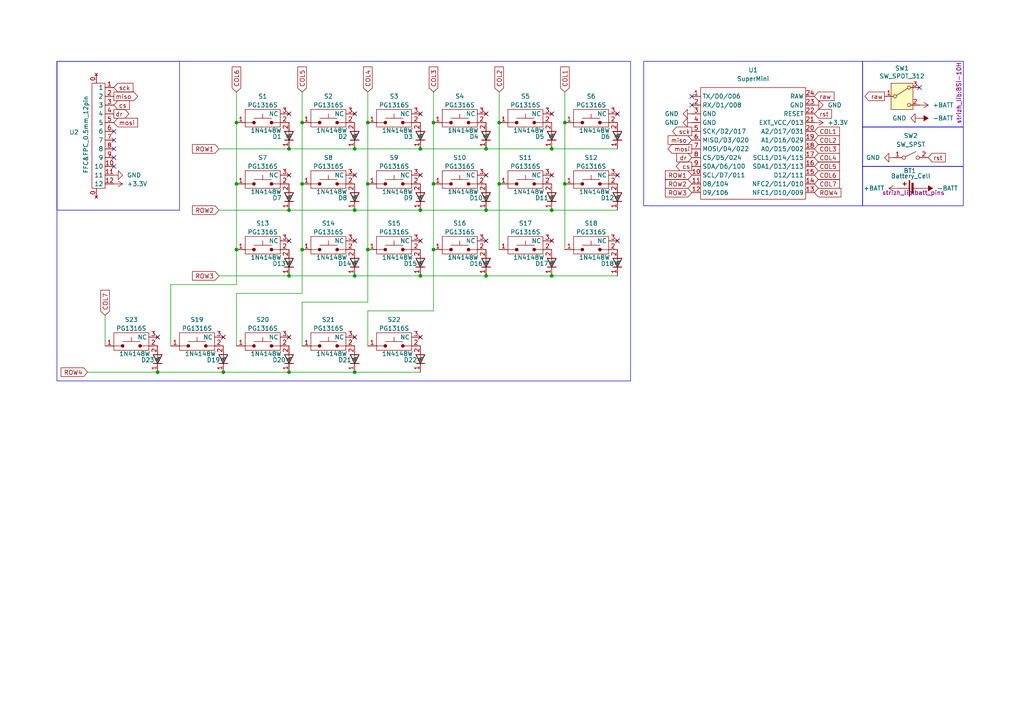
<source format=kicad_sch>
(kicad_sch (version 20250114) (generator "eeschema") (generator_version "9.0")
  (paper "A4")
  (title_block (title "strizh keyboard right half (trackpad)") (rev "v1.0.0") (company "Alex Rozhkov (ralex2304)"))
  (lib_symbols
    (symbol "Device:Battery_Cell" (pin_numbers (hide yes)) (pin_names (offset 0) (hide yes))
      (property "Reference" "BT1" (at 5.08 1.524 90))
      (property "Value" "Battery_Cell" (at 3.556 1.27 90))
      (property "Footprint" "strizh_lib:batt_pins" (at -1.27 0.508 90))
      (symbol "Battery_Cell_0_1"
        (rectangle (start -2.286 1.778) (end 2.286 1.524) (fill (type outline)))
        (rectangle (start -1.524 1.016) (end 1.524 0.508) (fill (type outline)))
        (polyline (pts (xy 0 1.778) (xy 0 2.54)))
        (polyline (pts (xy 0 0.762) (xy 0 0)))
        (polyline (pts (xy 0.762 3.048) (xy 1.778 3.048)) (stroke (width 0.254)))
        (polyline (pts (xy 1.27 3.556) (xy 1.27 2.54)) (stroke (width 0.254)))
      )
      (symbol "Battery_Cell_1_1"
        (pin power_out line (at 0 5.08 270) (length 2.54) (name "+") (number "1"))
        (pin power_out line (at 0 -2.54 90) (length 2.54) (name "-") (number "2"))
      )
    )
    (symbol "Switch:SW_SPDT_312" (pin_names (offset 1) (hide yes))
      (property "Reference" "SW" (at 0 5.08 0))
      (property "Value" "SW_SPDT_312" (at 0 -5.08 0))
      (symbol "SW_SPDT_312_0_1"
        (circle (center -2.032 0) (radius 0.4572))
        (polyline (pts (xy -1.651 0.254) (xy 1.651 2.286)))
        (circle (center 2.032 2.54) (radius 0.4572))
        (circle (center 2.032 -2.54) (radius 0.4572))
      )
      (symbol "SW_SPDT_312_1_1"
        (rectangle (start -3.175 3.81) (end 3.175 -3.81) (fill (type background)))
        (pin passive line (at -5.08 0 0) (length 2.54) (name "B") (number "1"))
        (pin passive line (at 5.08 2.54 180) (length 2.54) (name "A") (number "3"))
        (pin passive line (at 5.08 -2.54 180) (length 2.54) (name "C") (number "2"))
      )
    )
    (symbol "Switch:SW_SPST" (pin_names (offset 0) (hide yes))
      (property "Reference" "SW" (at 0 3.175 0))
      (property "Value" "SW_SPST" (at 0 -2.54 0))
      (symbol "SW_SPST_0_0"
        (circle (center -2.032 0) (radius 0.508))
        (polyline (pts (xy -1.524 0.254) (xy 1.524 1.778)))
        (circle (center 2.032 0) (radius 0.508))
      )
      (symbol "SW_SPST_1_1"
        (pin passive line (at -5.08 0 0) (length 2.54) (name "A") (number "1"))
        (pin passive line (at 5.08 0 180) (length 2.54) (name "B") (number "2"))
      )
    )
    (symbol "power:+3.3V" (power) (pin_numbers (hide yes)) (pin_names (offset 0) (hide yes))
      (property "Value" "+3.3V" (at 0 3.556 0))
      (symbol "+3.3V_0_1"
        (polyline (pts (xy -0.762 1.27) (xy 0 2.54)))
        (polyline (pts (xy 0 2.54) (xy 0.762 1.27)))
        (polyline (pts (xy 0 0) (xy 0 2.54)))
      )
      (symbol "+3.3V_1_1"
        (pin power_in line (at 0 0 90) (length 0) (name "~") (number "1"))
      )
    )
    (symbol "power:+BATT" (power) (pin_numbers (hide yes)) (pin_names (offset 0) (hide yes))
      (property "Value" "+BATT" (at 0 3.556 0))
      (symbol "+BATT_0_1"
        (polyline (pts (xy -0.762 1.27) (xy 0 2.54)))
        (polyline (pts (xy 0 2.54) (xy 0.762 1.27)))
        (polyline (pts (xy 0 0) (xy 0 2.54)))
      )
      (symbol "+BATT_1_1"
        (pin power_in line (at 0 0 90) (length 0) (name "~") (number "1"))
      )
    )
    (symbol "power:-BATT" (power) (pin_numbers (hide yes)) (pin_names (offset 0) (hide yes))
      (property "Value" "-BATT" (at 0 3.556 0))
      (symbol "-BATT_0_1"
        (polyline (pts (xy 0 0) (xy 0 2.54)))
        (polyline (pts (xy 0.762 1.27) (xy -0.762 1.27) (xy 0 2.54) (xy 0.762 1.27)) (fill (type outline)))
      )
      (symbol "-BATT_1_1"
        (pin power_in line (at 0 0 90) (length 0) (name "~") (number "1"))
      )
    )
    (symbol "power:GND" (power) (pin_numbers (hide yes)) (pin_names (offset 0) (hide yes))
      (property "Value" "GND" (at 0 -3.81 0))
      (symbol "GND_0_1"
        (polyline (pts (xy 0 0) (xy 0 -1.27) (xy 1.27 -1.27) (xy 0 -2.54) (xy -1.27 -1.27) (xy 0 -1.27)))
      )
      (symbol "GND_1_1"
        (pin power_in line (at 0 0 270) (length 0) (name "~") (number "1"))
      )
    )
    (symbol "strizh_lib:1N4148W"
      (property "Reference" "D" (at 0 0 0))
      (property "Value" "1N4148W" (at -0.254 -5.334 0))
      (property "Footprint" "strizh_lib:1N4148W_SOD-123" (at 0 -5.334 0))
      (symbol "1N4148W_0_1"
        (polyline (pts (xy -1.27 -1.27) (xy -1.27 -3.81)) (stroke (width 0.254)))
        (polyline (pts (xy 1.27 -1.27) (xy 1.27 -3.81) (xy -1.27 -2.54) (xy 1.27 -1.27)) (stroke (width 0.254)))
        (polyline (pts (xy 1.27 -2.54) (xy -1.27 -2.54)))
      )
      (symbol "1N4148W_1_1"
        (pin passive line (at -3.81 -2.54 0) (length 2.54) (name "K") (number "1"))
        (pin passive line (at 3.81 -2.54 180) (length 2.54) (name "A") (number "2"))
      )
    )
    (symbol "strizh_lib:FFC&FPC_0.5mm_12pin"
      (property "Reference" "U" (at -16.002 -0.254 0))
      (property "Value" "FFC&FPC_0.5mm_12pin" (at 0 -0.254 0))
      (symbol "FFC&FPC_0.5mm_12pin_0_1"
        (rectangle (start -15.24 5.08) (end 15.24 1.27))
      )
      (symbol "FFC&FPC_0.5mm_12pin_1_1"
        (pin no_connect line (at -17.78 2.54 0) (length 2.54) (name "") (number "0"))
        (pin unspecified line (at -13.97 7.62 270) (length 2.54) (name "1") (number "1"))
        (pin unspecified line (at -11.43 7.62 270) (length 2.54) (name "2") (number "2"))
        (pin unspecified line (at -8.89 7.62 270) (length 2.54) (name "3") (number "3"))
        (pin unspecified line (at -6.35 7.62 270) (length 2.54) (name "4") (number "4"))
        (pin unspecified line (at -3.81 7.62 270) (length 2.54) (name "5") (number "5"))
        (pin unspecified line (at -1.27 7.62 270) (length 2.54) (name "6") (number "6"))
        (pin unspecified line (at 1.27 7.62 270) (length 2.54) (name "7") (number "7"))
        (pin unspecified line (at 3.81 7.62 270) (length 2.54) (name "8") (number "8"))
        (pin unspecified line (at 6.35 7.62 270) (length 2.54) (name "9") (number "9"))
        (pin unspecified line (at 8.89 7.62 270) (length 2.54) (name "10") (number "10"))
        (pin unspecified line (at 11.43 7.62 270) (length 2.54) (name "11") (number "11"))
        (pin unspecified line (at 13.97 7.62 270) (length 2.54) (name "12") (number "12"))
        (pin no_connect line (at 17.78 2.54 180) (length 2.54) (name "") (number "0"))
      )
    )
    (symbol "strizh_lib:PG1316S"
      (property "Reference" "S" (at 0 0 0))
      (property "Value" "PG1316S" (at 0 -7.366 0))
      (symbol "PG1316S_0_1"
        (rectangle (start -5.08 -1.27) (end 5.08 -6.35))
        (polyline (pts (xy -5.08 -5.08) (xy -2.54 -5.08)))
        (polyline (pts (xy -2.54 -3.81) (xy 2.54 -3.81)))
        (polyline (pts (xy 0 -3.81) (xy 0 -2.54)))
        (polyline (pts (xy 5.08 -5.08) (xy 2.54 -5.08)))
      )
      (symbol "PG1316S_1_1"
        (circle (center -2.54 -5.08) (radius 0.508) (stroke (width -0.0001)) (fill (type outline)))
        (circle (center 2.54 -5.08) (radius 0.508) (stroke (width -0.0001)) (fill (type outline)))
        (pin bidirectional line (at -7.62 -5.08 0) (length 2.54) (name "1") (number "1"))
        (pin no_connect line (at 7.62 -2.54 180) (length 2.54) (name "NC") (number "3"))
        (pin bidirectional line (at 7.62 -5.08 180) (length 2.54) (name "2") (number "2"))
      )
    )
    (symbol "strizh_lib:supermini_nrf52840"
      (property "Reference" "U" (at 0 0 0))
      (property "Value" "SuperMini" (at 0 -35.306 0))
      (property "Footprint" "strizh_lib:supermini_nrf52840" (at 0 0 0))
      (symbol "supermini_nrf52840_0_1"
        (rectangle (start -15.24 -1.27) (end 15.24 -33.655))
      )
      (symbol "supermini_nrf52840_1_1"
        (pin bidirectional line (at -17.78 -3.81 0) (length 2.54) (name "TX/D0/006") (number "1"))
        (pin bidirectional line (at -17.78 -6.35 0) (length 2.54) (name "RX/D1/008") (number "2"))
        (pin power_in line (at -17.78 -8.89 0) (length 2.54) (name "GND") (number "3"))
        (pin power_in line (at -17.78 -11.43 0) (length 2.54) (name "GND") (number "4"))
        (pin bidirectional line (at -17.78 -13.97 0) (length 2.54) (name "SCK/D2/017") (number "5"))
        (pin bidirectional line (at -17.78 -16.51 0) (length 2.54) (name "MISO/D3/020") (number "6"))
        (pin bidirectional line (at -17.78 -19.05 0) (length 2.54) (name "MOSI/D4/022") (number "7"))
        (pin bidirectional line (at -17.78 -21.59 0) (length 2.54) (name "CS/D5/024") (number "8"))
        (pin bidirectional line (at -17.78 -24.13 0) (length 2.54) (name "SDA/D6/100") (number "9"))
        (pin bidirectional line (at -17.78 -26.67 0) (length 2.54) (name "SCL/D7/011") (number "10"))
        (pin bidirectional line (at -17.78 -29.21 0) (length 2.54) (name "D8/104") (number "11"))
        (pin bidirectional line (at -17.78 -31.75 0) (length 2.54) (name "D9/106") (number "12"))
        (pin power_in line (at 17.78 -3.81 180) (length 2.54) (name "RAW") (number "24"))
        (pin power_in line (at 17.78 -6.35 180) (length 2.54) (name "GND") (number "23"))
        (pin input line (at 17.78 -8.89 180) (length 2.54) (name "RESET") (number "22"))
        (pin power_out line (at 17.78 -11.43 180) (length 2.54) (name "EXT_VCC/013") (number "21"))
        (pin bidirectional line (at 17.78 -13.97 180) (length 2.54) (name "A2/D17/031") (number "20"))
        (pin bidirectional line (at 17.78 -16.51 180) (length 2.54) (name "A1/D16/029") (number "19"))
        (pin bidirectional line (at 17.78 -19.05 180) (length 2.54) (name "A0/D15/002") (number "18"))
        (pin bidirectional line (at 17.78 -21.59 180) (length 2.54) (name "SCL1/D14/115") (number "17"))
        (pin bidirectional line (at 17.78 -24.13 180) (length 2.54) (name "SDA1/D13/113") (number "16"))
        (pin bidirectional line (at 17.78 -26.67 180) (length 2.54) (name "D12/111") (number "15"))
        (pin bidirectional line (at 17.78 -29.21 180) (length 2.54) (name "NFC2/D11/010") (number "14"))
        (pin bidirectional line (at 17.78 -31.75 180) (length 2.54) (name "NFC1/D10/009") (number "13"))
      )
    )
  )
  (rectangle (start 250.19 48.26) (end 279.4 59.69))
  (rectangle (start 186.69 17.78) (end 250.19 59.69))
  (rectangle (start 250.19 36.83) (end 279.4 48.26))
  (rectangle (start 250.19 17.78) (end 279.4 36.83))
  (rectangle (start 16.51 17.78) (end 182.88 110.49))
  (rectangle (start 16.51 17.78) (end 52.07 60.96))
  (junction (at 121.92 60.96))
  (junction (at 106.68 53.34))
  (junction (at 87.63 53.34))
  (junction (at 106.68 35.56))
  (junction (at 144.78 53.34))
  (junction (at 83.82 60.96))
  (junction (at 140.97 60.96))
  (junction (at 83.82 43.18))
  (junction (at 125.73 53.34))
  (junction (at 125.73 72.39))
  (junction (at 45.72 107.95))
  (junction (at 68.58 53.34))
  (junction (at 125.73 35.56))
  (junction (at 68.58 35.56))
  (junction (at 102.87 43.18))
  (junction (at 140.97 80.01))
  (junction (at 64.77 107.95))
  (junction (at 87.63 72.39))
  (junction (at 68.58 72.39))
  (junction (at 106.68 72.39))
  (junction (at 160.02 43.18))
  (junction (at 83.82 107.95))
  (junction (at 140.97 43.18))
  (junction (at 121.92 80.01))
  (junction (at 160.02 80.01))
  (junction (at 102.87 80.01))
  (junction (at 102.87 107.95))
  (junction (at 163.83 35.56))
  (junction (at 160.02 60.96))
  (junction (at 83.82 80.01))
  (junction (at 121.92 43.18))
  (junction (at 87.63 35.56))
  (junction (at 144.78 35.56))
  (junction (at 102.87 60.96))
  (junction (at 163.83 53.34))
  (no_connect (at 83.82 69.85))
  (no_connect (at 33.02 45.72))
  (no_connect (at 179.07 69.85))
  (no_connect (at 179.07 50.8))
  (no_connect (at 140.97 50.8))
  (no_connect (at 160.02 69.85))
  (no_connect (at 160.02 33.02))
  (no_connect (at 121.92 33.02))
  (no_connect (at 121.92 50.8))
  (no_connect (at 83.82 97.79))
  (no_connect (at 102.87 97.79))
  (no_connect (at 140.97 33.02))
  (no_connect (at 102.87 50.8))
  (no_connect (at 64.77 97.79))
  (no_connect (at 179.07 33.02))
  (no_connect (at 33.02 48.26))
  (no_connect (at 140.97 69.85))
  (no_connect (at 102.87 69.85))
  (no_connect (at 33.02 38.1))
  (no_connect (at 83.82 50.8))
  (no_connect (at 121.92 97.79))
  (no_connect (at 121.92 69.85))
  (no_connect (at 160.02 50.8))
  (no_connect (at 33.02 40.64))
  (no_connect (at 102.87 33.02))
  (no_connect (at 83.82 33.02))
  (no_connect (at 200.66 30.48))
  (no_connect (at 33.02 43.18))
  (no_connect (at 45.72 97.79))
  (no_connect (at 266.7 25.4))
  (no_connect (at 200.66 27.94))
  (wire (pts (xy 163.83 35.56) (xy 163.83 53.34)))
  (wire (pts (xy 68.58 85.09) (xy 68.58 100.33)))
  (wire (pts (xy 83.82 43.18) (xy 102.87 43.18)))
  (wire (pts (xy 68.58 72.39) (xy 68.58 82.55)))
  (wire (pts (xy 125.73 53.34) (xy 125.73 72.39)))
  (wire (pts (xy 87.63 26.67) (xy 87.63 35.56)))
  (wire (pts (xy 144.78 35.56) (xy 144.78 53.34)))
  (wire (pts (xy 68.58 53.34) (xy 68.58 72.39)))
  (wire (pts (xy 140.97 43.18) (xy 160.02 43.18)))
  (wire (pts (xy 30.48 91.44) (xy 30.48 100.33)))
  (wire (pts (xy 160.02 43.18) (xy 179.07 43.18)))
  (wire (pts (xy 121.92 80.01) (xy 140.97 80.01)))
  (wire (pts (xy 83.82 107.95) (xy 102.87 107.95)))
  (wire (pts (xy 63.5 43.18) (xy 83.82 43.18)))
  (wire (pts (xy 121.92 43.18) (xy 140.97 43.18)))
  (wire (pts (xy 160.02 80.01) (xy 179.07 80.01)))
  (wire (pts (xy 68.58 26.67) (xy 68.58 35.56)))
  (wire (pts (xy 87.63 35.56) (xy 87.63 53.34)))
  (wire (pts (xy 121.92 60.96) (xy 140.97 60.96)))
  (wire (pts (xy 63.5 60.96) (xy 83.82 60.96)))
  (wire (pts (xy 125.73 90.17) (xy 106.68 90.17)))
  (wire (pts (xy 144.78 26.67) (xy 144.78 35.56)))
  (wire (pts (xy 106.68 35.56) (xy 106.68 53.34)))
  (wire (pts (xy 163.83 26.67) (xy 163.83 35.56)))
  (wire (pts (xy 83.82 60.96) (xy 102.87 60.96)))
  (wire (pts (xy 125.73 26.67) (xy 125.73 35.56)))
  (wire (pts (xy 83.82 80.01) (xy 102.87 80.01)))
  (wire (pts (xy 45.72 107.95) (xy 64.77 107.95)))
  (wire (pts (xy 125.73 35.56) (xy 125.73 53.34)))
  (wire (pts (xy 68.58 82.55) (xy 49.53 82.55)))
  (wire (pts (xy 125.73 72.39) (xy 125.73 90.17)))
  (wire (pts (xy 144.78 53.34) (xy 144.78 72.39)))
  (wire (pts (xy 163.83 53.34) (xy 163.83 72.39)))
  (wire (pts (xy 25.4 107.95) (xy 45.72 107.95)))
  (wire (pts (xy 106.68 87.63) (xy 87.63 87.63)))
  (wire (pts (xy 64.77 107.95) (xy 83.82 107.95)))
  (wire (pts (xy 102.87 80.01) (xy 121.92 80.01)))
  (wire (pts (xy 87.63 87.63) (xy 87.63 100.33)))
  (wire (pts (xy 106.68 90.17) (xy 106.68 100.33)))
  (wire (pts (xy 49.53 82.55) (xy 49.53 100.33)))
  (wire (pts (xy 106.68 53.34) (xy 106.68 72.39)))
  (wire (pts (xy 87.63 85.09) (xy 68.58 85.09)))
  (wire (pts (xy 160.02 60.96) (xy 179.07 60.96)))
  (wire (pts (xy 106.68 72.39) (xy 106.68 87.63)))
  (wire (pts (xy 63.5 80.01) (xy 83.82 80.01)))
  (wire (pts (xy 102.87 60.96) (xy 121.92 60.96)))
  (wire (pts (xy 87.63 72.39) (xy 87.63 85.09)))
  (wire (pts (xy 106.68 26.67) (xy 106.68 35.56)))
  (wire (pts (xy 140.97 80.01) (xy 160.02 80.01)))
  (wire (pts (xy 87.63 53.34) (xy 87.63 72.39)))
  (wire (pts (xy 102.87 43.18) (xy 121.92 43.18)))
  (wire (pts (xy 102.87 107.95) (xy 121.92 107.95)))
  (wire (pts (xy 68.58 35.56) (xy 68.58 53.34)))
  (wire (pts (xy 140.97 60.96) (xy 160.02 60.96)))
  (global_label "COL6" (shape input) (at 236.22 50.8 0) (property "Intersheetrefs" "${INTERSHEET_REFS}" (effects (hide yes))))
  (global_label "ROW1" (shape input) (at 200.66 50.8 180) (property "Intersheetrefs" "${INTERSHEET_REFS}" (effects (hide yes))))
  (global_label "ROW2" (shape input) (at 200.66 53.34 180) (property "Intersheetrefs" "${INTERSHEET_REFS}" (effects (hide yes))))
  (global_label "COL2" (shape input) (at 236.22 40.64 0) (property "Intersheetrefs" "${INTERSHEET_REFS}" (effects (hide yes))))
  (global_label "miso" (shape input) (at 200.66 40.64 180) (property "Intersheetrefs" "${INTERSHEET_REFS}" (effects (hide yes))))
  (global_label "raw" (shape output) (at 256.54 27.94 180) (property "Intersheetrefs" "${INTERSHEET_REFS}" (effects (hide yes))))
  (global_label "COL1" (shape input) (at 163.83 26.67 90) (property "Intersheetrefs" "${INTERSHEET_REFS}" (effects (hide yes))))
  (global_label "cs" (shape output) (at 200.66 48.26 180) (property "Intersheetrefs" "${INTERSHEET_REFS}" (effects (hide yes))))
  (global_label "ROW4" (shape input) (at 236.22 55.88 0) (property "Intersheetrefs" "${INTERSHEET_REFS}" (effects (hide yes))))
  (global_label "ROW1" (shape input) (at 63.5 43.18 180) (property "Intersheetrefs" "${INTERSHEET_REFS}" (effects (hide yes))))
  (global_label "COL4" (shape input) (at 236.22 45.72 0) (property "Intersheetrefs" "${INTERSHEET_REFS}" (effects (hide yes))))
  (global_label "ROW3" (shape input) (at 200.66 55.88 180) (property "Intersheetrefs" "${INTERSHEET_REFS}" (effects (hide yes))))
  (global_label "raw" (shape input) (at 236.22 27.94 0) (property "Intersheetrefs" "${INTERSHEET_REFS}" (effects (hide yes))))
  (global_label "dr" (shape output) (at 33.02 33.02 0) (property "Intersheetrefs" "${INTERSHEET_REFS}" (effects (hide yes))))
  (global_label "COL5" (shape input) (at 236.22 48.26 0) (property "Intersheetrefs" "${INTERSHEET_REFS}" (effects (hide yes))))
  (global_label "COL7" (shape input) (at 30.48 91.44 90) (property "Intersheetrefs" "${INTERSHEET_REFS}" (effects (hide yes))))
  (global_label "COL2" (shape input) (at 144.78 26.67 90) (property "Intersheetrefs" "${INTERSHEET_REFS}" (effects (hide yes))))
  (global_label "dr" (shape input) (at 200.66 45.72 180) (property "Intersheetrefs" "${INTERSHEET_REFS}" (effects (hide yes))))
  (global_label "COL3" (shape input) (at 125.73 26.67 90) (property "Intersheetrefs" "${INTERSHEET_REFS}" (effects (hide yes))))
  (global_label "rst" (shape input) (at 269.24 45.72 0) (property "Intersheetrefs" "${INTERSHEET_REFS}" (effects (hide yes))))
  (global_label "COL6" (shape input) (at 68.58 26.67 90) (property "Intersheetrefs" "${INTERSHEET_REFS}" (effects (hide yes))))
  (global_label "COL7" (shape input) (at 236.22 53.34 0) (property "Intersheetrefs" "${INTERSHEET_REFS}" (effects (hide yes))))
  (global_label "COL5" (shape input) (at 87.63 26.67 90) (property "Intersheetrefs" "${INTERSHEET_REFS}" (effects (hide yes))))
  (global_label "COL4" (shape input) (at 106.68 26.67 90) (property "Intersheetrefs" "${INTERSHEET_REFS}" (effects (hide yes))))
  (global_label "mosi" (shape output) (at 200.66 43.18 180) (property "Intersheetrefs" "${INTERSHEET_REFS}" (effects (hide yes))))
  (global_label "COL3" (shape input) (at 236.22 43.18 0) (property "Intersheetrefs" "${INTERSHEET_REFS}" (effects (hide yes))))
  (global_label "rst" (shape input) (at 236.22 33.02 0) (property "Intersheetrefs" "${INTERSHEET_REFS}" (effects (hide yes))))
  (global_label "ROW4" (shape input) (at 25.4 107.95 180) (property "Intersheetrefs" "${INTERSHEET_REFS}" (effects (hide yes))))
  (global_label "mosi" (shape input) (at 33.02 35.56 0) (property "Intersheetrefs" "${INTERSHEET_REFS}" (effects (hide yes))))
  (global_label "miso" (shape output) (at 33.02 27.94 0) (property "Intersheetrefs" "${INTERSHEET_REFS}" (effects (hide yes))))
  (global_label "COL1" (shape input) (at 236.22 38.1 0) (property "Intersheetrefs" "${INTERSHEET_REFS}" (effects (hide yes))))
  (global_label "cs" (shape input) (at 33.02 30.48 0) (property "Intersheetrefs" "${INTERSHEET_REFS}" (effects (hide yes))))
  (global_label "sck" (shape output) (at 200.66 38.1 180) (property "Intersheetrefs" "${INTERSHEET_REFS}" (effects (hide yes))))
  (global_label "ROW2" (shape input) (at 63.5 60.96 180) (property "Intersheetrefs" "${INTERSHEET_REFS}" (effects (hide yes))))
  (global_label "sck" (shape input) (at 33.02 25.4 0) (property "Intersheetrefs" "${INTERSHEET_REFS}" (effects (hide yes))))
  (global_label "ROW3" (shape input) (at 63.5 80.01 180) (property "Intersheetrefs" "${INTERSHEET_REFS}" (effects (hide yes))))
  (symbol (lib_id "strizh_lib:1N4148W") (at 62.23 104.14 90) (unit 1)
    (property "Reference" "D19" (at 59.944 104.394 90) (effects (justify right)))
    (property "Value" "1N4148W" (at 53.594 102.616 90) (effects (justify right)))
    (property "Footprint" "strizh_lib:1N4148W_SOD-123" (effects (hide yes)))
    (property "Datasheet" "https://static.chipdip.ru/lib/858/DOC011858511.pdf" (effects (hide yes)))
  )
  (symbol (lib_id "strizh_lib:PG1316S") (at 76.2 95.25 0) (unit 1)
    (property "Reference" "S20" (at 76.2 92.71 0))
    (property "Value" "PG1316S" (at 76.2 95.25 0))
    (property "Footprint" "strizh_lib:PG1316S" (effects (hide yes)))
    (property "Datasheet" "https://www.kailhswitch.com/uploads/15927/files/CPG1316S01D02-data-sheet.pdf?rnd=134" (effects (hide yes)))
  )
  (symbol (lib_id "strizh_lib:PG1316S") (at 114.3 48.26 0) (unit 1)
    (property "Reference" "S9" (at 114.3 45.72 0))
    (property "Value" "PG1316S" (at 114.3 48.26 0))
    (property "Footprint" "strizh_lib:PG1316S" (effects (hide yes)))
    (property "Datasheet" "https://www.kailhswitch.com/uploads/15927/files/CPG1316S01D02-data-sheet.pdf?rnd=134" (effects (hide yes)))
  )
  (symbol (lib_id "strizh_lib:PG1316S") (at 114.3 95.25 0) (unit 1)
    (property "Reference" "S22" (at 114.3 92.71 0))
    (property "Value" "PG1316S" (at 114.3 95.25 0))
    (property "Footprint" "strizh_lib:PG1316S" (effects (hide yes)))
    (property "Datasheet" "https://www.kailhswitch.com/uploads/15927/files/CPG1316S01D02-data-sheet.pdf?rnd=134" (effects (hide yes)))
  )
  (symbol (lib_id "strizh_lib:1N4148W") (at 100.33 76.2 90) (unit 1)
    (property "Reference" "D14" (at 98.044 76.454 90) (effects (justify right)))
    (property "Value" "1N4148W" (at 91.694 74.676 90) (effects (justify right)))
    (property "Footprint" "strizh_lib:1N4148W_SOD-123" (effects (hide yes)))
    (property "Datasheet" "https://static.chipdip.ru/lib/858/DOC011858511.pdf" (effects (hide yes)))
  )
  (symbol (lib_id "strizh_lib:PG1316S") (at 76.2 67.31 0) (unit 1)
    (property "Reference" "S13" (at 76.2 64.77 0))
    (property "Value" "PG1316S" (at 76.2 67.31 0))
    (property "Footprint" "strizh_lib:PG1316S" (effects (hide yes)))
    (property "Datasheet" "https://www.kailhswitch.com/uploads/15927/files/CPG1316S01D02-data-sheet.pdf?rnd=134" (effects (hide yes)))
  )
  (symbol (lib_id "strizh_lib:PG1316S") (at 38.1 95.25 0) (unit 1)
    (property "Reference" "S23" (at 38.1 92.71 0))
    (property "Value" "PG1316S" (at 38.1 95.25 0))
    (property "Footprint" "strizh_lib:PG1316S" (effects (hide yes)))
    (property "Datasheet" "https://www.kailhswitch.com/uploads/15927/files/CPG1316S01D02-data-sheet.pdf?rnd=134" (effects (hide yes)))
  )
  (symbol (lib_id "strizh_lib:1N4148W") (at 81.28 39.37 90) (unit 1)
    (property "Reference" "D1" (at 78.994 39.624 90) (effects (justify right)))
    (property "Value" "1N4148W" (at 72.644 37.846 90) (effects (justify right)))
    (property "Footprint" "strizh_lib:1N4148W_SOD-123" (effects (hide yes)))
    (property "Datasheet" "https://static.chipdip.ru/lib/858/DOC011858511.pdf" (effects (hide yes)))
  )
  (symbol (lib_id "strizh_lib:1N4148W") (at 81.28 76.2 90) (unit 1)
    (property "Reference" "D13" (at 78.994 76.454 90) (effects (justify right)))
    (property "Value" "1N4148W" (at 72.644 74.676 90) (effects (justify right)))
    (property "Footprint" "strizh_lib:1N4148W_SOD-123" (effects (hide yes)))
    (property "Datasheet" "https://static.chipdip.ru/lib/858/DOC011858511.pdf" (effects (hide yes)))
  )
  (symbol (lib_id "strizh_lib:PG1316S") (at 76.2 48.26 0) (unit 1)
    (property "Reference" "S7" (at 76.2 45.72 0))
    (property "Value" "PG1316S" (at 76.2 48.26 0))
    (property "Footprint" "strizh_lib:PG1316S" (effects (hide yes)))
    (property "Datasheet" "https://www.kailhswitch.com/uploads/15927/files/CPG1316S01D02-data-sheet.pdf?rnd=134" (effects (hide yes)))
  )
  (symbol (lib_id "strizh_lib:1N4148W") (at 100.33 57.15 90) (unit 1)
    (property "Reference" "D8" (at 98.044 57.404 90) (effects (justify right)))
    (property "Value" "1N4148W" (at 91.694 55.626 90) (effects (justify right)))
    (property "Footprint" "strizh_lib:1N4148W_SOD-123" (effects (hide yes)))
    (property "Datasheet" "https://static.chipdip.ru/lib/858/DOC011858511.pdf" (effects (hide yes)))
  )
  (symbol (lib_id "strizh_lib:PG1316S") (at 171.45 30.48 0) (unit 1)
    (property "Reference" "S6" (at 171.45 27.94 0))
    (property "Value" "PG1316S" (at 171.45 30.48 0))
    (property "Footprint" "strizh_lib:PG1316S" (effects (hide yes)))
    (property "Datasheet" "https://www.kailhswitch.com/uploads/15927/files/CPG1316S01D02-data-sheet.pdf?rnd=134" (effects (hide yes)))
  )
  (symbol (lib_id "strizh_lib:PG1316S") (at 95.25 95.25 0) (unit 1)
    (property "Reference" "S21" (at 95.25 92.71 0))
    (property "Value" "PG1316S" (at 95.25 95.25 0))
    (property "Footprint" "strizh_lib:PG1316S" (effects (hide yes)))
    (property "Datasheet" "https://www.kailhswitch.com/uploads/15927/files/CPG1316S01D02-data-sheet.pdf?rnd=134" (effects (hide yes)))
  )
  (symbol (lib_id "strizh_lib:1N4148W") (at 119.38 104.14 90) (unit 1)
    (property "Reference" "D22" (at 117.094 104.394 90) (effects (justify right)))
    (property "Value" "1N4148W" (at 110.744 102.616 90) (effects (justify right)))
    (property "Footprint" "strizh_lib:1N4148W_SOD-123" (effects (hide yes)))
    (property "Datasheet" "https://static.chipdip.ru/lib/858/DOC011858511.pdf" (effects (hide yes)))
  )
  (symbol (lib_id "strizh_lib:PG1316S") (at 95.25 67.31 0) (unit 1)
    (property "Reference" "S14" (at 95.25 64.77 0))
    (property "Value" "PG1316S" (at 95.25 67.31 0))
    (property "Footprint" "strizh_lib:PG1316S" (effects (hide yes)))
    (property "Datasheet" "https://www.kailhswitch.com/uploads/15927/files/CPG1316S01D02-data-sheet.pdf?rnd=134" (effects (hide yes)))
  )
  (symbol (lib_id "power:GND") (at 200.66 33.02 270) (unit 1)
    (property "Reference" "#PWR1" (effects (hide yes)))
    (property "Value" "GND" (at 196.85 33.0199 90) (effects (justify right)))
    (property "Description" "Power symbol creates a global label with name \"GND\" , ground" (effects (hide yes)))
  )
  (symbol (lib_id "Device:Battery_Cell") (at 265.43 54.61 90) (unit 1)
    (property "Reference" "BT1" (at 263.906 49.53 90))
    (property "Value" "Battery_Cell" (at 264.16 51.054 90))
    (property "Footprint" "strizh_lib:batt_pins" (at 264.922 55.88 90))
    (property "Description" "Single-cell battery" (effects (hide yes)))
  )
  (symbol (lib_id "strizh_lib:PG1316S") (at 114.3 30.48 0) (unit 1)
    (property "Reference" "S3" (at 114.3 27.94 0))
    (property "Value" "PG1316S" (at 114.3 30.48 0))
    (property "Footprint" "strizh_lib:PG1316S" (effects (hide yes)))
    (property "Datasheet" "https://www.kailhswitch.com/uploads/15927/files/CPG1316S01D02-data-sheet.pdf?rnd=134" (effects (hide yes)))
  )
  (symbol (lib_id "strizh_lib:PG1316S") (at 171.45 48.26 0) (unit 1)
    (property "Reference" "S12" (at 171.45 45.72 0))
    (property "Value" "PG1316S" (at 171.45 48.26 0))
    (property "Footprint" "strizh_lib:PG1316S" (effects (hide yes)))
    (property "Datasheet" "https://www.kailhswitch.com/uploads/15927/files/CPG1316S01D02-data-sheet.pdf?rnd=134" (effects (hide yes)))
  )
  (symbol (lib_id "strizh_lib:PG1316S") (at 152.4 48.26 0) (unit 1)
    (property "Reference" "S11" (at 152.4 45.72 0))
    (property "Value" "PG1316S" (at 152.4 48.26 0))
    (property "Footprint" "strizh_lib:PG1316S" (effects (hide yes)))
    (property "Datasheet" "https://www.kailhswitch.com/uploads/15927/files/CPG1316S01D02-data-sheet.pdf?rnd=134" (effects (hide yes)))
  )
  (symbol (lib_id "strizh_lib:PG1316S") (at 133.35 67.31 0) (unit 1)
    (property "Reference" "S16" (at 133.35 64.77 0))
    (property "Value" "PG1316S" (at 133.35 67.31 0))
    (property "Footprint" "strizh_lib:PG1316S" (effects (hide yes)))
    (property "Datasheet" "https://www.kailhswitch.com/uploads/15927/files/CPG1316S01D02-data-sheet.pdf?rnd=134" (effects (hide yes)))
  )
  (symbol (lib_id "strizh_lib:1N4148W") (at 43.18 104.14 90) (unit 1)
    (property "Reference" "D23" (at 40.894 104.394 90) (effects (justify right)))
    (property "Value" "1N4148W" (at 34.544 102.616 90) (effects (justify right)))
    (property "Footprint" "strizh_lib:1N4148W_SOD-123" (effects (hide yes)))
    (property "Datasheet" "https://static.chipdip.ru/lib/858/DOC011858511.pdf" (effects (hide yes)))
  )
  (symbol (lib_id "strizh_lib:1N4148W") (at 138.43 57.15 90) (unit 1)
    (property "Reference" "D10" (at 136.144 57.404 90) (effects (justify right)))
    (property "Value" "1N4148W" (at 129.794 55.626 90) (effects (justify right)))
    (property "Footprint" "strizh_lib:1N4148W_SOD-123" (effects (hide yes)))
    (property "Datasheet" "https://static.chipdip.ru/lib/858/DOC011858511.pdf" (effects (hide yes)))
  )
  (symbol (lib_id "Switch:SW_SPDT_312") (at 261.62 27.94 0) (unit 1)
    (property "Reference" "SW1" (at 261.62 19.812 0))
    (property "Value" "SW_SPDT_312" (at 261.62 22.098 0))
    (property "Footprint" "strizh_lib:BSI-10H" (at 278.13 26.924 90))
    (property "Description" "Switch, single pole double throw" (effects (hide yes)))
  )
  (symbol (lib_id "power:-BATT") (at 266.7 34.29 270) (unit 1)
    (property "Reference" "#PWR9" (effects (hide yes)))
    (property "Value" "-BATT" (at 270.51 34.2899 90) (effects (justify left)))
    (property "Description" "Power symbol creates a global label with name \"-BATT\"" (effects (hide yes)))
  )
  (symbol (lib_id "strizh_lib:1N4148W") (at 138.43 76.2 90) (unit 1)
    (property "Reference" "D16" (at 136.144 76.454 90) (effects (justify right)))
    (property "Value" "1N4148W" (at 129.794 74.676 90) (effects (justify right)))
    (property "Footprint" "strizh_lib:1N4148W_SOD-123" (effects (hide yes)))
    (property "Datasheet" "https://static.chipdip.ru/lib/858/DOC011858511.pdf" (effects (hide yes)))
  )
  (symbol (lib_id "power:+3.3V") (at 236.22 35.56 270) (unit 1)
    (property "Reference" "#PWR4" (effects (hide yes)))
    (property "Value" "+3.3V" (at 240.03 35.5599 90) (effects (justify left)))
    (property "Description" "Power symbol creates a global label with name \"+3.3V\"" (effects (hide yes)))
  )
  (symbol (lib_id "strizh_lib:PG1316S") (at 95.25 30.48 0) (unit 1)
    (property "Reference" "S2" (at 95.25 27.94 0))
    (property "Value" "PG1316S" (at 95.25 30.48 0))
    (property "Footprint" "strizh_lib:PG1316S" (effects (hide yes)))
    (property "Datasheet" "https://www.kailhswitch.com/uploads/15927/files/CPG1316S01D02-data-sheet.pdf?rnd=134" (effects (hide yes)))
  )
  (symbol (lib_id "strizh_lib:1N4148W") (at 157.48 76.2 90) (unit 1)
    (property "Reference" "D17" (at 155.194 76.454 90) (effects (justify right)))
    (property "Value" "1N4148W" (at 148.844 74.676 90) (effects (justify right)))
    (property "Footprint" "strizh_lib:1N4148W_SOD-123" (effects (hide yes)))
    (property "Datasheet" "https://static.chipdip.ru/lib/858/DOC011858511.pdf" (effects (hide yes)))
  )
  (symbol (lib_id "power:GND") (at 266.7 34.29 270) (unit 1)
    (property "Reference" "#PWR10" (effects (hide yes)))
    (property "Value" "GND" (at 262.89 34.2899 90) (effects (justify right)))
    (property "Description" "Power symbol creates a global label with name \"GND\" , ground" (effects (hide yes)))
  )
  (symbol (lib_id "strizh_lib:PG1316S") (at 133.35 30.48 0) (unit 1)
    (property "Reference" "S4" (at 133.35 27.94 0))
    (property "Value" "PG1316S" (at 133.35 30.48 0))
    (property "Footprint" "strizh_lib:PG1316S" (effects (hide yes)))
    (property "Datasheet" "https://www.kailhswitch.com/uploads/15927/files/CPG1316S01D02-data-sheet.pdf?rnd=134" (effects (hide yes)))
  )
  (symbol (lib_id "strizh_lib:1N4148W") (at 81.28 104.14 90) (unit 1)
    (property "Reference" "D20" (at 78.994 104.394 90) (effects (justify right)))
    (property "Value" "1N4148W" (at 72.644 102.616 90) (effects (justify right)))
    (property "Footprint" "strizh_lib:1N4148W_SOD-123" (effects (hide yes)))
    (property "Datasheet" "https://static.chipdip.ru/lib/858/DOC011858511.pdf" (effects (hide yes)))
  )
  (symbol (lib_id "power:GND") (at 259.08 45.72 270) (unit 1)
    (property "Reference" "#PWR5" (effects (hide yes)))
    (property "Value" "GND" (at 255.27 45.7199 90) (effects (justify right)))
    (property "Description" "Power symbol creates a global label with name \"GND\" , ground" (effects (hide yes)))
  )
  (symbol (lib_id "strizh_lib:1N4148W") (at 119.38 57.15 90) (unit 1)
    (property "Reference" "D9" (at 117.094 57.404 90) (effects (justify right)))
    (property "Value" "1N4148W" (at 110.744 55.626 90) (effects (justify right)))
    (property "Footprint" "strizh_lib:1N4148W_SOD-123" (effects (hide yes)))
    (property "Datasheet" "https://static.chipdip.ru/lib/858/DOC011858511.pdf" (effects (hide yes)))
  )
  (symbol (lib_id "Switch:SW_SPST") (at 264.16 45.72 0) (unit 1)
    (property "Reference" "SW2" (at 264.16 39.37 0))
    (property "Value" "SW_SPST" (at 264.16 41.91 0))
    (property "Footprint" "Button_Switch_SMD:SW_SPST_SKQG_WithStem" (effects (hide yes)))
    (property "Description" "Single Pole Single Throw (SPST) switch" (effects (hide yes)))
  )
  (symbol (lib_id "power:+BATT") (at 260.35 54.61 90) (unit 1)
    (property "Reference" "#PWR8" (effects (hide yes)))
    (property "Value" "+BATT" (at 256.54 54.6099 90) (effects (justify left)))
    (property "Description" "Power symbol creates a global label with name \"+BATT\"" (effects (hide yes)))
  )
  (symbol (lib_id "strizh_lib:PG1316S") (at 76.2 30.48 0) (unit 1)
    (property "Reference" "S1" (at 76.2 27.94 0))
    (property "Value" "PG1316S" (at 76.2 30.48 0))
    (property "Footprint" "strizh_lib:PG1316S" (effects (hide yes)))
    (property "Datasheet" "https://www.kailhswitch.com/uploads/15927/files/CPG1316S01D02-data-sheet.pdf?rnd=134" (effects (hide yes)))
  )
  (symbol (lib_id "strizh_lib:1N4148W") (at 138.43 39.37 90) (unit 1)
    (property "Reference" "D4" (at 136.144 39.624 90) (effects (justify right)))
    (property "Value" "1N4148W" (at 129.794 37.846 90) (effects (justify right)))
    (property "Footprint" "strizh_lib:1N4148W_SOD-123" (effects (hide yes)))
    (property "Datasheet" "https://static.chipdip.ru/lib/858/DOC011858511.pdf" (effects (hide yes)))
  )
  (symbol (lib_id "strizh_lib:PG1316S") (at 57.15 95.25 0) (unit 1)
    (property "Reference" "S19" (at 57.15 92.71 0))
    (property "Value" "PG1316S" (at 57.15 95.25 0))
    (property "Footprint" "strizh_lib:PG1316S" (effects (hide yes)))
    (property "Datasheet" "https://www.kailhswitch.com/uploads/15927/files/CPG1316S01D02-data-sheet.pdf?rnd=134" (effects (hide yes)))
  )
  (symbol (lib_id "strizh_lib:FFC&FPC_0.5mm_12pin") (at 25.4 39.37 270) (unit 1)
    (property "Reference" "U2" (at 22.86 38.354 90) (effects (justify right)))
    (property "Value" "FFC&FPC_0.5mm_12pin" (at 24.892 50.292 0) (effects (justify right)))
    (property "Footprint" "strizh_lib:FFC&FPC_0.5mm_12pin" (effects (hide yes)))
    (property "Datasheet" "https://aliexpress.ru/item/1005006845467806.html" (effects (hide yes)))
  )
  (symbol (lib_id "power:+BATT") (at 266.7 30.48 270) (unit 1)
    (property "Reference" "#PWR6" (effects (hide yes)))
    (property "Value" "+BATT" (at 270.51 30.4799 90) (effects (justify left)))
    (property "Description" "Power symbol creates a global label with name \"+BATT\"" (effects (hide yes)))
  )
  (symbol (lib_id "power:GND") (at 236.22 30.48 90) (unit 1)
    (property "Reference" "#PWR3" (effects (hide yes)))
    (property "Value" "GND" (at 240.03 30.4799 90) (effects (justify right)))
    (property "Description" "Power symbol creates a global label with name \"GND\" , ground" (effects (hide yes)))
  )
  (symbol (lib_id "strizh_lib:PG1316S") (at 152.4 67.31 0) (unit 1)
    (property "Reference" "S17" (at 152.4 64.77 0))
    (property "Value" "PG1316S" (at 152.4 67.31 0))
    (property "Footprint" "strizh_lib:PG1316S" (effects (hide yes)))
    (property "Datasheet" "https://www.kailhswitch.com/uploads/15927/files/CPG1316S01D02-data-sheet.pdf?rnd=134" (effects (hide yes)))
  )
  (symbol (lib_id "strizh_lib:PG1316S") (at 114.3 67.31 0) (unit 1)
    (property "Reference" "S15" (at 114.3 64.77 0))
    (property "Value" "PG1316S" (at 114.3 67.31 0))
    (property "Footprint" "strizh_lib:PG1316S" (effects (hide yes)))
    (property "Datasheet" "https://www.kailhswitch.com/uploads/15927/files/CPG1316S01D02-data-sheet.pdf?rnd=134" (effects (hide yes)))
  )
  (symbol (lib_id "strizh_lib:1N4148W") (at 176.53 76.2 90) (unit 1)
    (property "Reference" "D18" (at 174.244 76.454 90) (effects (justify right)))
    (property "Value" "1N4148W" (at 167.894 74.676 90) (effects (justify right)))
    (property "Footprint" "strizh_lib:1N4148W_SOD-123" (effects (hide yes)))
    (property "Datasheet" "https://static.chipdip.ru/lib/858/DOC011858511.pdf" (effects (hide yes)))
  )
  (symbol (lib_id "strizh_lib:PG1316S") (at 152.4 30.48 0) (unit 1)
    (property "Reference" "S5" (at 152.4 27.94 0))
    (property "Value" "PG1316S" (at 152.4 30.48 0))
    (property "Footprint" "strizh_lib:PG1316S" (effects (hide yes)))
    (property "Datasheet" "https://www.kailhswitch.com/uploads/15927/files/CPG1316S01D02-data-sheet.pdf?rnd=134" (effects (hide yes)))
  )
  (symbol (lib_id "strizh_lib:1N4148W") (at 157.48 57.15 90) (unit 1)
    (property "Reference" "D11" (at 155.194 57.404 90) (effects (justify right)))
    (property "Value" "1N4148W" (at 148.844 55.626 90) (effects (justify right)))
    (property "Footprint" "strizh_lib:1N4148W_SOD-123" (effects (hide yes)))
    (property "Datasheet" "https://static.chipdip.ru/lib/858/DOC011858511.pdf" (effects (hide yes)))
  )
  (symbol (lib_id "strizh_lib:1N4148W") (at 119.38 39.37 90) (unit 1)
    (property "Reference" "D3" (at 117.094 39.624 90) (effects (justify right)))
    (property "Value" "1N4148W" (at 110.744 37.846 90) (effects (justify right)))
    (property "Footprint" "strizh_lib:1N4148W_SOD-123" (effects (hide yes)))
    (property "Datasheet" "https://static.chipdip.ru/lib/858/DOC011858511.pdf" (effects (hide yes)))
  )
  (symbol (lib_id "strizh_lib:PG1316S") (at 95.25 48.26 0) (unit 1)
    (property "Reference" "S8" (at 95.25 45.72 0))
    (property "Value" "PG1316S" (at 95.25 48.26 0))
    (property "Footprint" "strizh_lib:PG1316S" (effects (hide yes)))
    (property "Datasheet" "https://www.kailhswitch.com/uploads/15927/files/CPG1316S01D02-data-sheet.pdf?rnd=134" (effects (hide yes)))
  )
  (symbol (lib_id "strizh_lib:1N4148W") (at 176.53 39.37 90) (unit 1)
    (property "Reference" "D6" (at 174.244 39.624 90) (effects (justify right)))
    (property "Value" "1N4148W" (at 167.894 37.846 90) (effects (justify right)))
    (property "Footprint" "strizh_lib:1N4148W_SOD-123" (effects (hide yes)))
    (property "Datasheet" "https://static.chipdip.ru/lib/858/DOC011858511.pdf" (effects (hide yes)))
  )
  (symbol (lib_id "strizh_lib:supermini_nrf52840") (at 218.44 24.13 0) (unit 1)
    (property "Reference" "U1" (at 218.44 20.32 0))
    (property "Value" "SuperMini" (at 218.44 22.86 0))
    (property "Footprint" "strizh_lib:supermini_nrf52840" (effects (hide yes)))
  )
  (symbol (lib_id "strizh_lib:1N4148W") (at 81.28 57.15 90) (unit 1)
    (property "Reference" "D7" (at 78.994 57.404 90) (effects (justify right)))
    (property "Value" "1N4148W" (at 72.644 55.626 90) (effects (justify right)))
    (property "Footprint" "strizh_lib:1N4148W_SOD-123" (effects (hide yes)))
    (property "Datasheet" "https://static.chipdip.ru/lib/858/DOC011858511.pdf" (effects (hide yes)))
  )
  (symbol (lib_id "strizh_lib:PG1316S") (at 133.35 48.26 0) (unit 1)
    (property "Reference" "S10" (at 133.35 45.72 0))
    (property "Value" "PG1316S" (at 133.35 48.26 0))
    (property "Footprint" "strizh_lib:PG1316S" (effects (hide yes)))
    (property "Datasheet" "https://www.kailhswitch.com/uploads/15927/files/CPG1316S01D02-data-sheet.pdf?rnd=134" (effects (hide yes)))
  )
  (symbol (lib_id "strizh_lib:1N4148W") (at 100.33 39.37 90) (unit 1)
    (property "Reference" "D2" (at 98.044 39.624 90) (effects (justify right)))
    (property "Value" "1N4148W" (at 91.694 37.846 90) (effects (justify right)))
    (property "Footprint" "strizh_lib:1N4148W_SOD-123" (effects (hide yes)))
    (property "Datasheet" "https://static.chipdip.ru/lib/858/DOC011858511.pdf" (effects (hide yes)))
  )
  (symbol (lib_id "power:GND") (at 33.02 50.8 90) (unit 1)
    (property "Reference" "#PWR11" (effects (hide yes)))
    (property "Value" "GND" (at 36.83 50.7999 90) (effects (justify right)))
    (property "Description" "Power symbol creates a global label with name \"GND\" , ground" (effects (hide yes)))
  )
  (symbol (lib_id "strizh_lib:1N4148W") (at 176.53 57.15 90) (unit 1)
    (property "Reference" "D12" (at 174.244 57.404 90) (effects (justify right)))
    (property "Value" "1N4148W" (at 167.894 55.626 90) (effects (justify right)))
    (property "Footprint" "strizh_lib:1N4148W_SOD-123" (effects (hide yes)))
    (property "Datasheet" "https://static.chipdip.ru/lib/858/DOC011858511.pdf" (effects (hide yes)))
  )
  (symbol (lib_id "strizh_lib:1N4148W") (at 119.38 76.2 90) (unit 1)
    (property "Reference" "D15" (at 117.094 76.454 90) (effects (justify right)))
    (property "Value" "1N4148W" (at 110.744 74.676 90) (effects (justify right)))
    (property "Footprint" "strizh_lib:1N4148W_SOD-123" (effects (hide yes)))
    (property "Datasheet" "https://static.chipdip.ru/lib/858/DOC011858511.pdf" (effects (hide yes)))
  )
  (symbol (lib_id "power:-BATT") (at 267.97 54.61 270) (unit 1)
    (property "Reference" "#PWR7" (effects (hide yes)))
    (property "Value" "-BATT" (at 271.78 54.6099 90) (effects (justify left)))
    (property "Description" "Power symbol creates a global label with name \"-BATT\"" (effects (hide yes)))
  )
  (symbol (lib_id "power:+3.3V") (at 33.02 53.34 270) (unit 1)
    (property "Reference" "#PWR12" (effects (hide yes)))
    (property "Value" "+3.3V" (at 36.83 53.3399 90) (effects (justify left)))
    (property "Description" "Power symbol creates a global label with name \"+3.3V\"" (effects (hide yes)))
  )
  (symbol (lib_id "strizh_lib:1N4148W") (at 157.48 39.37 90) (unit 1)
    (property "Reference" "D5" (at 155.194 39.624 90) (effects (justify right)))
    (property "Value" "1N4148W" (at 148.844 37.846 90) (effects (justify right)))
    (property "Footprint" "strizh_lib:1N4148W_SOD-123" (effects (hide yes)))
    (property "Datasheet" "https://static.chipdip.ru/lib/858/DOC011858511.pdf" (effects (hide yes)))
  )
  (symbol (lib_id "strizh_lib:PG1316S") (at 171.45 67.31 0) (unit 1)
    (property "Reference" "S18" (at 171.45 64.77 0))
    (property "Value" "PG1316S" (at 171.45 67.31 0))
    (property "Footprint" "strizh_lib:PG1316S" (effects (hide yes)))
    (property "Datasheet" "https://www.kailhswitch.com/uploads/15927/files/CPG1316S01D02-data-sheet.pdf?rnd=134" (effects (hide yes)))
  )
  (symbol (lib_id "power:GND") (at 200.66 35.56 270) (unit 1)
    (property "Reference" "#PWR2" (effects (hide yes)))
    (property "Value" "GND" (at 196.85 35.5599 90) (effects (justify right)))
    (property "Description" "Power symbol creates a global label with name \"GND\" , ground" (effects (hide yes)))
  )
  (symbol (lib_id "strizh_lib:1N4148W") (at 100.33 104.14 90) (unit 1)
    (property "Reference" "D21" (at 98.044 104.394 90) (effects (justify right)))
    (property "Value" "1N4148W" (at 91.694 102.616 90) (effects (justify right)))
    (property "Footprint" "strizh_lib:1N4148W_SOD-123" (effects (hide yes)))
    (property "Datasheet" "https://static.chipdip.ru/lib/858/DOC011858511.pdf" (effects (hide yes)))
  )
)
</source>
